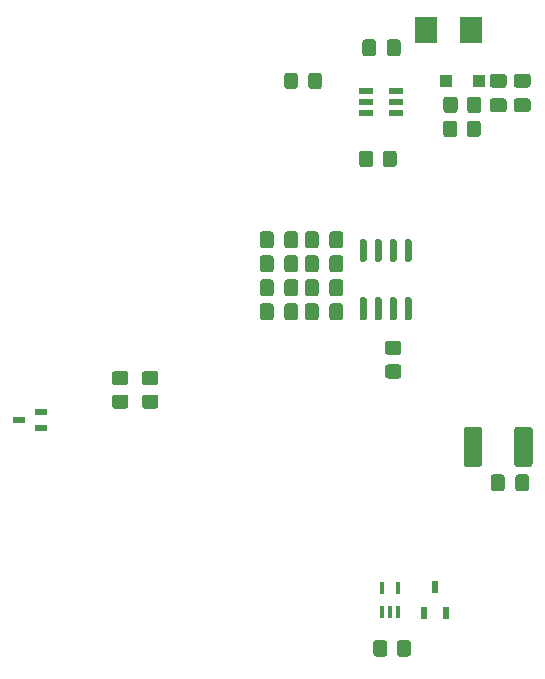
<source format=gbp>
%TF.GenerationSoftware,KiCad,Pcbnew,(5.1.12)-1*%
%TF.CreationDate,2022-05-05T18:44:07+02:00*%
%TF.ProjectId,telemetria tyl,74656c65-6d65-4747-9269-612074796c2e,rev?*%
%TF.SameCoordinates,Original*%
%TF.FileFunction,Paste,Bot*%
%TF.FilePolarity,Positive*%
%FSLAX46Y46*%
G04 Gerber Fmt 4.6, Leading zero omitted, Abs format (unit mm)*
G04 Created by KiCad (PCBNEW (5.1.12)-1) date 2022-05-05 18:44:07*
%MOMM*%
%LPD*%
G01*
G04 APERTURE LIST*
%ADD10R,1.854500X2.286000*%
%ADD11R,1.000000X0.550000*%
%ADD12R,1.200000X0.600000*%
%ADD13R,0.400000X1.050000*%
%ADD14R,0.600000X1.050000*%
%ADD15R,1.100000X1.100000*%
G04 APERTURE END LIST*
%TO.C,R6*%
G36*
G01*
X79340000Y-38411999D02*
X79340000Y-39312001D01*
G75*
G02*
X79090001Y-39562000I-249999J0D01*
G01*
X78389999Y-39562000D01*
G75*
G02*
X78140000Y-39312001I0J249999D01*
G01*
X78140000Y-38411999D01*
G75*
G02*
X78389999Y-38162000I249999J0D01*
G01*
X79090001Y-38162000D01*
G75*
G02*
X79340000Y-38411999I0J-249999D01*
G01*
G37*
G36*
G01*
X81340000Y-38411999D02*
X81340000Y-39312001D01*
G75*
G02*
X81090001Y-39562000I-249999J0D01*
G01*
X80389999Y-39562000D01*
G75*
G02*
X80140000Y-39312001I0J249999D01*
G01*
X80140000Y-38411999D01*
G75*
G02*
X80389999Y-38162000I249999J0D01*
G01*
X81090001Y-38162000D01*
G75*
G02*
X81340000Y-38411999I0J-249999D01*
G01*
G37*
%TD*%
%TO.C,R5*%
G36*
G01*
X80172000Y-37280001D02*
X80172000Y-36379999D01*
G75*
G02*
X80421999Y-36130000I249999J0D01*
G01*
X81122001Y-36130000D01*
G75*
G02*
X81372000Y-36379999I0J-249999D01*
G01*
X81372000Y-37280001D01*
G75*
G02*
X81122001Y-37530000I-249999J0D01*
G01*
X80421999Y-37530000D01*
G75*
G02*
X80172000Y-37280001I0J249999D01*
G01*
G37*
G36*
G01*
X78172000Y-37280001D02*
X78172000Y-36379999D01*
G75*
G02*
X78421999Y-36130000I249999J0D01*
G01*
X79122001Y-36130000D01*
G75*
G02*
X79372000Y-36379999I0J-249999D01*
G01*
X79372000Y-37280001D01*
G75*
G02*
X79122001Y-37530000I-249999J0D01*
G01*
X78421999Y-37530000D01*
G75*
G02*
X78172000Y-37280001I0J249999D01*
G01*
G37*
%TD*%
%TO.C,R2*%
G36*
G01*
X73028000Y-41852001D02*
X73028000Y-40951999D01*
G75*
G02*
X73277999Y-40702000I249999J0D01*
G01*
X73978001Y-40702000D01*
G75*
G02*
X74228000Y-40951999I0J-249999D01*
G01*
X74228000Y-41852001D01*
G75*
G02*
X73978001Y-42102000I-249999J0D01*
G01*
X73277999Y-42102000D01*
G75*
G02*
X73028000Y-41852001I0J249999D01*
G01*
G37*
G36*
G01*
X71028000Y-41852001D02*
X71028000Y-40951999D01*
G75*
G02*
X71277999Y-40702000I249999J0D01*
G01*
X71978001Y-40702000D01*
G75*
G02*
X72228000Y-40951999I0J-249999D01*
G01*
X72228000Y-41852001D01*
G75*
G02*
X71978001Y-42102000I-249999J0D01*
G01*
X71277999Y-42102000D01*
G75*
G02*
X71028000Y-41852001I0J249999D01*
G01*
G37*
%TD*%
%TO.C,D2*%
G36*
G01*
X65835000Y-34347999D02*
X65835000Y-35248001D01*
G75*
G02*
X65585001Y-35498000I-249999J0D01*
G01*
X64934999Y-35498000D01*
G75*
G02*
X64685000Y-35248001I0J249999D01*
G01*
X64685000Y-34347999D01*
G75*
G02*
X64934999Y-34098000I249999J0D01*
G01*
X65585001Y-34098000D01*
G75*
G02*
X65835000Y-34347999I0J-249999D01*
G01*
G37*
G36*
G01*
X67885000Y-34347999D02*
X67885000Y-35248001D01*
G75*
G02*
X67635001Y-35498000I-249999J0D01*
G01*
X66984999Y-35498000D01*
G75*
G02*
X66735000Y-35248001I0J249999D01*
G01*
X66735000Y-34347999D01*
G75*
G02*
X66984999Y-34098000I249999J0D01*
G01*
X67635001Y-34098000D01*
G75*
G02*
X67885000Y-34347999I0J-249999D01*
G01*
G37*
%TD*%
%TO.C,C6*%
G36*
G01*
X84361000Y-36264000D02*
X85311000Y-36264000D01*
G75*
G02*
X85561000Y-36514000I0J-250000D01*
G01*
X85561000Y-37189000D01*
G75*
G02*
X85311000Y-37439000I-250000J0D01*
G01*
X84361000Y-37439000D01*
G75*
G02*
X84111000Y-37189000I0J250000D01*
G01*
X84111000Y-36514000D01*
G75*
G02*
X84361000Y-36264000I250000J0D01*
G01*
G37*
G36*
G01*
X84361000Y-34189000D02*
X85311000Y-34189000D01*
G75*
G02*
X85561000Y-34439000I0J-250000D01*
G01*
X85561000Y-35114000D01*
G75*
G02*
X85311000Y-35364000I-250000J0D01*
G01*
X84361000Y-35364000D01*
G75*
G02*
X84111000Y-35114000I0J250000D01*
G01*
X84111000Y-34439000D01*
G75*
G02*
X84361000Y-34189000I250000J0D01*
G01*
G37*
%TD*%
%TO.C,C5*%
G36*
G01*
X82329000Y-36285500D02*
X83279000Y-36285500D01*
G75*
G02*
X83529000Y-36535500I0J-250000D01*
G01*
X83529000Y-37210500D01*
G75*
G02*
X83279000Y-37460500I-250000J0D01*
G01*
X82329000Y-37460500D01*
G75*
G02*
X82079000Y-37210500I0J250000D01*
G01*
X82079000Y-36535500D01*
G75*
G02*
X82329000Y-36285500I250000J0D01*
G01*
G37*
G36*
G01*
X82329000Y-34210500D02*
X83279000Y-34210500D01*
G75*
G02*
X83529000Y-34460500I0J-250000D01*
G01*
X83529000Y-35135500D01*
G75*
G02*
X83279000Y-35385500I-250000J0D01*
G01*
X82329000Y-35385500D01*
G75*
G02*
X82079000Y-35135500I0J250000D01*
G01*
X82079000Y-34460500D01*
G75*
G02*
X82329000Y-34210500I250000J0D01*
G01*
G37*
%TD*%
%TO.C,C3*%
G36*
G01*
X73369500Y-32479000D02*
X73369500Y-31529000D01*
G75*
G02*
X73619500Y-31279000I250000J0D01*
G01*
X74294500Y-31279000D01*
G75*
G02*
X74544500Y-31529000I0J-250000D01*
G01*
X74544500Y-32479000D01*
G75*
G02*
X74294500Y-32729000I-250000J0D01*
G01*
X73619500Y-32729000D01*
G75*
G02*
X73369500Y-32479000I0J250000D01*
G01*
G37*
G36*
G01*
X71294500Y-32479000D02*
X71294500Y-31529000D01*
G75*
G02*
X71544500Y-31279000I250000J0D01*
G01*
X72219500Y-31279000D01*
G75*
G02*
X72469500Y-31529000I0J-250000D01*
G01*
X72469500Y-32479000D01*
G75*
G02*
X72219500Y-32729000I-250000J0D01*
G01*
X71544500Y-32729000D01*
G75*
G02*
X71294500Y-32479000I0J250000D01*
G01*
G37*
%TD*%
%TO.C,C13*%
G36*
G01*
X68522000Y-48735000D02*
X68522000Y-47785000D01*
G75*
G02*
X68772000Y-47535000I250000J0D01*
G01*
X69447000Y-47535000D01*
G75*
G02*
X69697000Y-47785000I0J-250000D01*
G01*
X69697000Y-48735000D01*
G75*
G02*
X69447000Y-48985000I-250000J0D01*
G01*
X68772000Y-48985000D01*
G75*
G02*
X68522000Y-48735000I0J250000D01*
G01*
G37*
G36*
G01*
X66447000Y-48735000D02*
X66447000Y-47785000D01*
G75*
G02*
X66697000Y-47535000I250000J0D01*
G01*
X67372000Y-47535000D01*
G75*
G02*
X67622000Y-47785000I0J-250000D01*
G01*
X67622000Y-48735000D01*
G75*
G02*
X67372000Y-48985000I-250000J0D01*
G01*
X66697000Y-48985000D01*
G75*
G02*
X66447000Y-48735000I0J250000D01*
G01*
G37*
%TD*%
%TO.C,C14*%
G36*
G01*
X66447000Y-50767000D02*
X66447000Y-49817000D01*
G75*
G02*
X66697000Y-49567000I250000J0D01*
G01*
X67372000Y-49567000D01*
G75*
G02*
X67622000Y-49817000I0J-250000D01*
G01*
X67622000Y-50767000D01*
G75*
G02*
X67372000Y-51017000I-250000J0D01*
G01*
X66697000Y-51017000D01*
G75*
G02*
X66447000Y-50767000I0J250000D01*
G01*
G37*
G36*
G01*
X68522000Y-50767000D02*
X68522000Y-49817000D01*
G75*
G02*
X68772000Y-49567000I250000J0D01*
G01*
X69447000Y-49567000D01*
G75*
G02*
X69697000Y-49817000I0J-250000D01*
G01*
X69697000Y-50767000D01*
G75*
G02*
X69447000Y-51017000I-250000J0D01*
G01*
X68772000Y-51017000D01*
G75*
G02*
X68522000Y-50767000I0J250000D01*
G01*
G37*
%TD*%
%TO.C,C12*%
G36*
G01*
X83348500Y-68359000D02*
X83348500Y-69309000D01*
G75*
G02*
X83098500Y-69559000I-250000J0D01*
G01*
X82423500Y-69559000D01*
G75*
G02*
X82173500Y-69309000I0J250000D01*
G01*
X82173500Y-68359000D01*
G75*
G02*
X82423500Y-68109000I250000J0D01*
G01*
X83098500Y-68109000D01*
G75*
G02*
X83348500Y-68359000I0J-250000D01*
G01*
G37*
G36*
G01*
X85423500Y-68359000D02*
X85423500Y-69309000D01*
G75*
G02*
X85173500Y-69559000I-250000J0D01*
G01*
X84498500Y-69559000D01*
G75*
G02*
X84248500Y-69309000I0J250000D01*
G01*
X84248500Y-68359000D01*
G75*
G02*
X84498500Y-68109000I250000J0D01*
G01*
X85173500Y-68109000D01*
G75*
G02*
X85423500Y-68359000I0J-250000D01*
G01*
G37*
%TD*%
%TO.C,C15*%
G36*
G01*
X68522000Y-52799000D02*
X68522000Y-51849000D01*
G75*
G02*
X68772000Y-51599000I250000J0D01*
G01*
X69447000Y-51599000D01*
G75*
G02*
X69697000Y-51849000I0J-250000D01*
G01*
X69697000Y-52799000D01*
G75*
G02*
X69447000Y-53049000I-250000J0D01*
G01*
X68772000Y-53049000D01*
G75*
G02*
X68522000Y-52799000I0J250000D01*
G01*
G37*
G36*
G01*
X66447000Y-52799000D02*
X66447000Y-51849000D01*
G75*
G02*
X66697000Y-51599000I250000J0D01*
G01*
X67372000Y-51599000D01*
G75*
G02*
X67622000Y-51849000I0J-250000D01*
G01*
X67622000Y-52799000D01*
G75*
G02*
X67372000Y-53049000I-250000J0D01*
G01*
X66697000Y-53049000D01*
G75*
G02*
X66447000Y-52799000I0J250000D01*
G01*
G37*
%TD*%
%TO.C,C17*%
G36*
G01*
X64690500Y-48735000D02*
X64690500Y-47785000D01*
G75*
G02*
X64940500Y-47535000I250000J0D01*
G01*
X65615500Y-47535000D01*
G75*
G02*
X65865500Y-47785000I0J-250000D01*
G01*
X65865500Y-48735000D01*
G75*
G02*
X65615500Y-48985000I-250000J0D01*
G01*
X64940500Y-48985000D01*
G75*
G02*
X64690500Y-48735000I0J250000D01*
G01*
G37*
G36*
G01*
X62615500Y-48735000D02*
X62615500Y-47785000D01*
G75*
G02*
X62865500Y-47535000I250000J0D01*
G01*
X63540500Y-47535000D01*
G75*
G02*
X63790500Y-47785000I0J-250000D01*
G01*
X63790500Y-48735000D01*
G75*
G02*
X63540500Y-48985000I-250000J0D01*
G01*
X62865500Y-48985000D01*
G75*
G02*
X62615500Y-48735000I0J250000D01*
G01*
G37*
%TD*%
%TO.C,C20*%
G36*
G01*
X62615500Y-54831000D02*
X62615500Y-53881000D01*
G75*
G02*
X62865500Y-53631000I250000J0D01*
G01*
X63540500Y-53631000D01*
G75*
G02*
X63790500Y-53881000I0J-250000D01*
G01*
X63790500Y-54831000D01*
G75*
G02*
X63540500Y-55081000I-250000J0D01*
G01*
X62865500Y-55081000D01*
G75*
G02*
X62615500Y-54831000I0J250000D01*
G01*
G37*
G36*
G01*
X64690500Y-54831000D02*
X64690500Y-53881000D01*
G75*
G02*
X64940500Y-53631000I250000J0D01*
G01*
X65615500Y-53631000D01*
G75*
G02*
X65865500Y-53881000I0J-250000D01*
G01*
X65865500Y-54831000D01*
G75*
G02*
X65615500Y-55081000I-250000J0D01*
G01*
X64940500Y-55081000D01*
G75*
G02*
X64690500Y-54831000I0J250000D01*
G01*
G37*
%TD*%
%TO.C,R4*%
G36*
G01*
X74364001Y-58004000D02*
X73463999Y-58004000D01*
G75*
G02*
X73214000Y-57754001I0J249999D01*
G01*
X73214000Y-57053999D01*
G75*
G02*
X73463999Y-56804000I249999J0D01*
G01*
X74364001Y-56804000D01*
G75*
G02*
X74614000Y-57053999I0J-249999D01*
G01*
X74614000Y-57754001D01*
G75*
G02*
X74364001Y-58004000I-249999J0D01*
G01*
G37*
G36*
G01*
X74364001Y-60004000D02*
X73463999Y-60004000D01*
G75*
G02*
X73214000Y-59754001I0J249999D01*
G01*
X73214000Y-59053999D01*
G75*
G02*
X73463999Y-58804000I249999J0D01*
G01*
X74364001Y-58804000D01*
G75*
G02*
X74614000Y-59053999I0J-249999D01*
G01*
X74614000Y-59754001D01*
G75*
G02*
X74364001Y-60004000I-249999J0D01*
G01*
G37*
%TD*%
%TO.C,C18*%
G36*
G01*
X62615500Y-50767000D02*
X62615500Y-49817000D01*
G75*
G02*
X62865500Y-49567000I250000J0D01*
G01*
X63540500Y-49567000D01*
G75*
G02*
X63790500Y-49817000I0J-250000D01*
G01*
X63790500Y-50767000D01*
G75*
G02*
X63540500Y-51017000I-250000J0D01*
G01*
X62865500Y-51017000D01*
G75*
G02*
X62615500Y-50767000I0J250000D01*
G01*
G37*
G36*
G01*
X64690500Y-50767000D02*
X64690500Y-49817000D01*
G75*
G02*
X64940500Y-49567000I250000J0D01*
G01*
X65615500Y-49567000D01*
G75*
G02*
X65865500Y-49817000I0J-250000D01*
G01*
X65865500Y-50767000D01*
G75*
G02*
X65615500Y-51017000I-250000J0D01*
G01*
X64940500Y-51017000D01*
G75*
G02*
X64690500Y-50767000I0J250000D01*
G01*
G37*
%TD*%
%TO.C,C16*%
G36*
G01*
X68500500Y-54831000D02*
X68500500Y-53881000D01*
G75*
G02*
X68750500Y-53631000I250000J0D01*
G01*
X69425500Y-53631000D01*
G75*
G02*
X69675500Y-53881000I0J-250000D01*
G01*
X69675500Y-54831000D01*
G75*
G02*
X69425500Y-55081000I-250000J0D01*
G01*
X68750500Y-55081000D01*
G75*
G02*
X68500500Y-54831000I0J250000D01*
G01*
G37*
G36*
G01*
X66425500Y-54831000D02*
X66425500Y-53881000D01*
G75*
G02*
X66675500Y-53631000I250000J0D01*
G01*
X67350500Y-53631000D01*
G75*
G02*
X67600500Y-53881000I0J-250000D01*
G01*
X67600500Y-54831000D01*
G75*
G02*
X67350500Y-55081000I-250000J0D01*
G01*
X66675500Y-55081000D01*
G75*
G02*
X66425500Y-54831000I0J250000D01*
G01*
G37*
%TD*%
%TO.C,C19*%
G36*
G01*
X64712000Y-52799000D02*
X64712000Y-51849000D01*
G75*
G02*
X64962000Y-51599000I250000J0D01*
G01*
X65637000Y-51599000D01*
G75*
G02*
X65887000Y-51849000I0J-250000D01*
G01*
X65887000Y-52799000D01*
G75*
G02*
X65637000Y-53049000I-250000J0D01*
G01*
X64962000Y-53049000D01*
G75*
G02*
X64712000Y-52799000I0J250000D01*
G01*
G37*
G36*
G01*
X62637000Y-52799000D02*
X62637000Y-51849000D01*
G75*
G02*
X62887000Y-51599000I250000J0D01*
G01*
X63562000Y-51599000D01*
G75*
G02*
X63812000Y-51849000I0J-250000D01*
G01*
X63812000Y-52799000D01*
G75*
G02*
X63562000Y-53049000I-250000J0D01*
G01*
X62887000Y-53049000D01*
G75*
G02*
X62637000Y-52799000I0J250000D01*
G01*
G37*
%TD*%
%TO.C,FB1*%
G36*
G01*
X85729000Y-64335998D02*
X85729000Y-67236002D01*
G75*
G02*
X85479002Y-67486000I-249998J0D01*
G01*
X84403998Y-67486000D01*
G75*
G02*
X84154000Y-67236002I0J249998D01*
G01*
X84154000Y-64335998D01*
G75*
G02*
X84403998Y-64086000I249998J0D01*
G01*
X85479002Y-64086000D01*
G75*
G02*
X85729000Y-64335998I0J-249998D01*
G01*
G37*
G36*
G01*
X81454000Y-64335998D02*
X81454000Y-67236002D01*
G75*
G02*
X81204002Y-67486000I-249998J0D01*
G01*
X80128998Y-67486000D01*
G75*
G02*
X79879000Y-67236002I0J249998D01*
G01*
X79879000Y-64335998D01*
G75*
G02*
X80128998Y-64086000I249998J0D01*
G01*
X81204002Y-64086000D01*
G75*
G02*
X81454000Y-64335998I0J-249998D01*
G01*
G37*
%TD*%
D10*
%TO.C,L1*%
X80492500Y-30480000D03*
X76708000Y-30480000D03*
%TD*%
%TO.C,U2*%
G36*
G01*
X71224000Y-48177000D02*
X71524000Y-48177000D01*
G75*
G02*
X71674000Y-48327000I0J-150000D01*
G01*
X71674000Y-49977000D01*
G75*
G02*
X71524000Y-50127000I-150000J0D01*
G01*
X71224000Y-50127000D01*
G75*
G02*
X71074000Y-49977000I0J150000D01*
G01*
X71074000Y-48327000D01*
G75*
G02*
X71224000Y-48177000I150000J0D01*
G01*
G37*
G36*
G01*
X72494000Y-48177000D02*
X72794000Y-48177000D01*
G75*
G02*
X72944000Y-48327000I0J-150000D01*
G01*
X72944000Y-49977000D01*
G75*
G02*
X72794000Y-50127000I-150000J0D01*
G01*
X72494000Y-50127000D01*
G75*
G02*
X72344000Y-49977000I0J150000D01*
G01*
X72344000Y-48327000D01*
G75*
G02*
X72494000Y-48177000I150000J0D01*
G01*
G37*
G36*
G01*
X73764000Y-48177000D02*
X74064000Y-48177000D01*
G75*
G02*
X74214000Y-48327000I0J-150000D01*
G01*
X74214000Y-49977000D01*
G75*
G02*
X74064000Y-50127000I-150000J0D01*
G01*
X73764000Y-50127000D01*
G75*
G02*
X73614000Y-49977000I0J150000D01*
G01*
X73614000Y-48327000D01*
G75*
G02*
X73764000Y-48177000I150000J0D01*
G01*
G37*
G36*
G01*
X75034000Y-48177000D02*
X75334000Y-48177000D01*
G75*
G02*
X75484000Y-48327000I0J-150000D01*
G01*
X75484000Y-49977000D01*
G75*
G02*
X75334000Y-50127000I-150000J0D01*
G01*
X75034000Y-50127000D01*
G75*
G02*
X74884000Y-49977000I0J150000D01*
G01*
X74884000Y-48327000D01*
G75*
G02*
X75034000Y-48177000I150000J0D01*
G01*
G37*
G36*
G01*
X75034000Y-53127000D02*
X75334000Y-53127000D01*
G75*
G02*
X75484000Y-53277000I0J-150000D01*
G01*
X75484000Y-54927000D01*
G75*
G02*
X75334000Y-55077000I-150000J0D01*
G01*
X75034000Y-55077000D01*
G75*
G02*
X74884000Y-54927000I0J150000D01*
G01*
X74884000Y-53277000D01*
G75*
G02*
X75034000Y-53127000I150000J0D01*
G01*
G37*
G36*
G01*
X73764000Y-53127000D02*
X74064000Y-53127000D01*
G75*
G02*
X74214000Y-53277000I0J-150000D01*
G01*
X74214000Y-54927000D01*
G75*
G02*
X74064000Y-55077000I-150000J0D01*
G01*
X73764000Y-55077000D01*
G75*
G02*
X73614000Y-54927000I0J150000D01*
G01*
X73614000Y-53277000D01*
G75*
G02*
X73764000Y-53127000I150000J0D01*
G01*
G37*
G36*
G01*
X72494000Y-53127000D02*
X72794000Y-53127000D01*
G75*
G02*
X72944000Y-53277000I0J-150000D01*
G01*
X72944000Y-54927000D01*
G75*
G02*
X72794000Y-55077000I-150000J0D01*
G01*
X72494000Y-55077000D01*
G75*
G02*
X72344000Y-54927000I0J150000D01*
G01*
X72344000Y-53277000D01*
G75*
G02*
X72494000Y-53127000I150000J0D01*
G01*
G37*
G36*
G01*
X71224000Y-53127000D02*
X71524000Y-53127000D01*
G75*
G02*
X71674000Y-53277000I0J-150000D01*
G01*
X71674000Y-54927000D01*
G75*
G02*
X71524000Y-55077000I-150000J0D01*
G01*
X71224000Y-55077000D01*
G75*
G02*
X71074000Y-54927000I0J150000D01*
G01*
X71074000Y-53277000D01*
G75*
G02*
X71224000Y-53127000I150000J0D01*
G01*
G37*
%TD*%
D11*
%TO.C,BJT1*%
X44130000Y-62850000D03*
X44130000Y-64150000D03*
X42230000Y-63500000D03*
%TD*%
D12*
%TO.C,PS1*%
X71648000Y-35626000D03*
X71648000Y-36576000D03*
X71648000Y-37526000D03*
X74148000Y-37526000D03*
X74148000Y-36576000D03*
X74148000Y-35626000D03*
%TD*%
D13*
%TO.C,IC4*%
X74310000Y-79740000D03*
X73660000Y-79740000D03*
X73010000Y-79740000D03*
X73010000Y-77740000D03*
X74310000Y-77740000D03*
%TD*%
%TO.C,R20*%
G36*
G01*
X72225001Y-83295000D02*
X72225001Y-82394998D01*
G75*
G02*
X72475000Y-82144999I249999J0D01*
G01*
X73175002Y-82144999D01*
G75*
G02*
X73425001Y-82394998I0J-249999D01*
G01*
X73425001Y-83295000D01*
G75*
G02*
X73175002Y-83544999I-249999J0D01*
G01*
X72475000Y-83544999D01*
G75*
G02*
X72225001Y-83295000I0J249999D01*
G01*
G37*
G36*
G01*
X74225001Y-83295000D02*
X74225001Y-82394998D01*
G75*
G02*
X74475000Y-82144999I249999J0D01*
G01*
X75175002Y-82144999D01*
G75*
G02*
X75425001Y-82394998I0J-249999D01*
G01*
X75425001Y-83295000D01*
G75*
G02*
X75175002Y-83544999I-249999J0D01*
G01*
X74475000Y-83544999D01*
G75*
G02*
X74225001Y-83295000I0J249999D01*
G01*
G37*
%TD*%
%TO.C,R21*%
G36*
G01*
X51250001Y-60560000D02*
X50349999Y-60560000D01*
G75*
G02*
X50100000Y-60310001I0J249999D01*
G01*
X50100000Y-59609999D01*
G75*
G02*
X50349999Y-59360000I249999J0D01*
G01*
X51250001Y-59360000D01*
G75*
G02*
X51500000Y-59609999I0J-249999D01*
G01*
X51500000Y-60310001D01*
G75*
G02*
X51250001Y-60560000I-249999J0D01*
G01*
G37*
G36*
G01*
X51250001Y-62560000D02*
X50349999Y-62560000D01*
G75*
G02*
X50100000Y-62310001I0J249999D01*
G01*
X50100000Y-61609999D01*
G75*
G02*
X50349999Y-61360000I249999J0D01*
G01*
X51250001Y-61360000D01*
G75*
G02*
X51500000Y-61609999I0J-249999D01*
G01*
X51500000Y-62310001D01*
G75*
G02*
X51250001Y-62560000I-249999J0D01*
G01*
G37*
%TD*%
%TO.C,R22*%
G36*
G01*
X53790001Y-62560000D02*
X52889999Y-62560000D01*
G75*
G02*
X52640000Y-62310001I0J249999D01*
G01*
X52640000Y-61609999D01*
G75*
G02*
X52889999Y-61360000I249999J0D01*
G01*
X53790001Y-61360000D01*
G75*
G02*
X54040000Y-61609999I0J-249999D01*
G01*
X54040000Y-62310001D01*
G75*
G02*
X53790001Y-62560000I-249999J0D01*
G01*
G37*
G36*
G01*
X53790001Y-60560000D02*
X52889999Y-60560000D01*
G75*
G02*
X52640000Y-60310001I0J249999D01*
G01*
X52640000Y-59609999D01*
G75*
G02*
X52889999Y-59360000I249999J0D01*
G01*
X53790001Y-59360000D01*
G75*
G02*
X54040000Y-59609999I0J-249999D01*
G01*
X54040000Y-60310001D01*
G75*
G02*
X53790001Y-60560000I-249999J0D01*
G01*
G37*
%TD*%
D14*
%TO.C,Q1*%
X78420000Y-79840000D03*
X76520000Y-79840000D03*
X77470000Y-77640000D03*
%TD*%
D15*
%TO.C,D4*%
X81156000Y-34798000D03*
X78356000Y-34798000D03*
%TD*%
M02*

</source>
